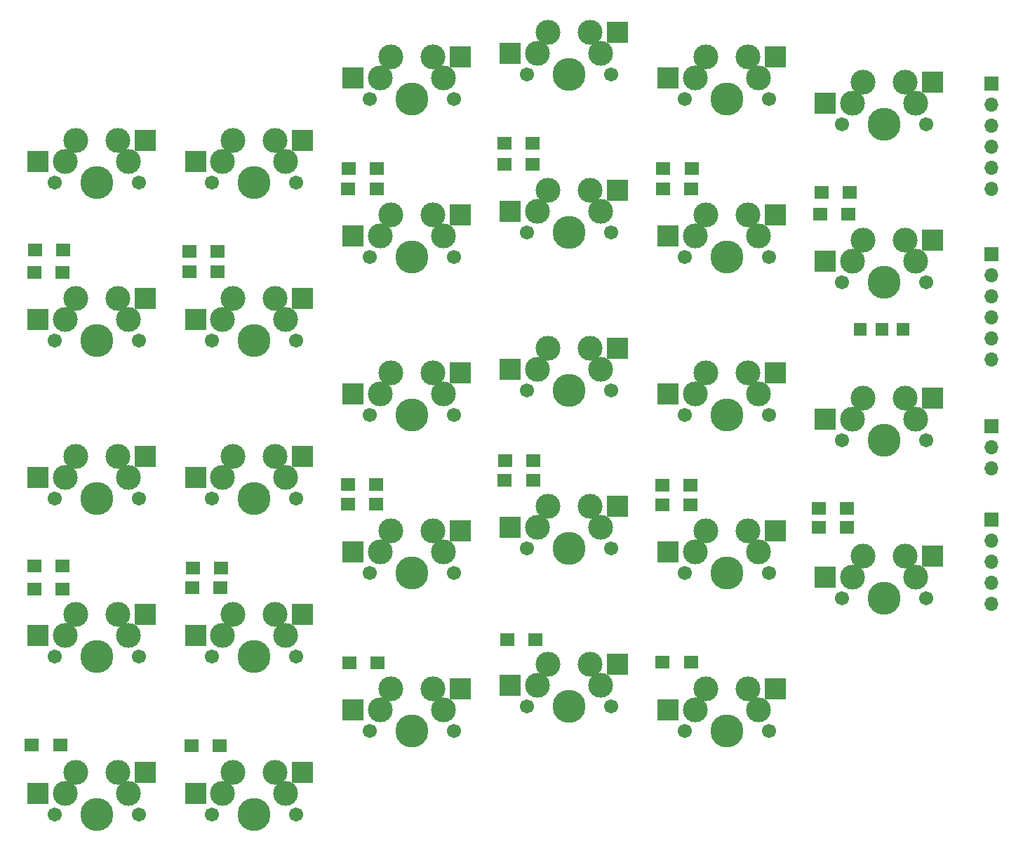
<source format=gbr>
%TF.GenerationSoftware,KiCad,Pcbnew,7.0.2*%
%TF.CreationDate,2023-04-26T23:00:14+02:00*%
%TF.ProjectId,phoenix-no-controller,70686f65-6e69-4782-9d6e-6f2d636f6e74,v1.0.0*%
%TF.SameCoordinates,Original*%
%TF.FileFunction,Soldermask,Bot*%
%TF.FilePolarity,Negative*%
%FSLAX46Y46*%
G04 Gerber Fmt 4.6, Leading zero omitted, Abs format (unit mm)*
G04 Created by KiCad (PCBNEW 7.0.2) date 2023-04-26 23:00:14*
%MOMM*%
%LPD*%
G01*
G04 APERTURE LIST*
%ADD10C,1.701800*%
%ADD11C,3.000000*%
%ADD12C,3.987800*%
%ADD13R,2.550000X2.500000*%
%ADD14R,1.700000X1.700000*%
%ADD15O,1.700000X1.700000*%
%ADD16R,1.800000X1.500000*%
%ADD17R,1.524000X1.524000*%
G04 APERTURE END LIST*
D10*
%TO.C,S28*%
X230427500Y-114424810D03*
D11*
X231697500Y-111884810D03*
X232967500Y-109344810D03*
D12*
X235507500Y-114424810D03*
D11*
X238047500Y-109344810D03*
X239317500Y-111884810D03*
D10*
X240587500Y-114424810D03*
D13*
X228422500Y-111884810D03*
X241349500Y-109344810D03*
%TD*%
D10*
%TO.C,S21*%
X211427500Y-149524810D03*
D11*
X212697500Y-146984810D03*
X213967500Y-144444810D03*
D12*
X216507500Y-149524810D03*
D11*
X219047500Y-144444810D03*
X220317500Y-146984810D03*
D10*
X221587500Y-149524810D03*
D13*
X209422500Y-146984810D03*
X222349500Y-144444810D03*
%TD*%
D10*
%TO.C,S24*%
X211427500Y-92374810D03*
D11*
X212697500Y-89834810D03*
X213967500Y-87294810D03*
D12*
X216507500Y-92374810D03*
D11*
X219047500Y-87294810D03*
X220317500Y-89834810D03*
D10*
X221587500Y-92374810D03*
D13*
X209422500Y-89834810D03*
X222349500Y-87294810D03*
%TD*%
D10*
%TO.C,S11*%
X173427500Y-149524810D03*
D11*
X174697500Y-146984810D03*
X175967500Y-144444810D03*
D12*
X178507500Y-149524810D03*
D11*
X181047500Y-144444810D03*
X182317500Y-146984810D03*
D10*
X183587500Y-149524810D03*
D13*
X171422500Y-146984810D03*
X184349500Y-144444810D03*
%TD*%
D14*
%TO.C,*%
X248477500Y-111077500D03*
D15*
X248477500Y-113617500D03*
X248477500Y-116157500D03*
X248477500Y-118697500D03*
X248477500Y-121237500D03*
X248477500Y-123777500D03*
%TD*%
D16*
%TO.C,*%
X132670000Y-170270000D03*
%TD*%
D10*
%TO.C,S15*%
X192427500Y-165574810D03*
D11*
X193697500Y-163034810D03*
X194967500Y-160494810D03*
D12*
X197507500Y-165574810D03*
D11*
X200047500Y-160494810D03*
X201317500Y-163034810D03*
D10*
X202587500Y-165574810D03*
D13*
X190422500Y-163034810D03*
X203349500Y-160494810D03*
%TD*%
D10*
%TO.C,S12*%
X173427500Y-130474810D03*
D11*
X174697500Y-127934810D03*
X175967500Y-125394810D03*
D12*
X178507500Y-130474810D03*
D11*
X181047500Y-125394810D03*
X182317500Y-127934810D03*
D10*
X183587500Y-130474810D03*
D13*
X171422500Y-127934810D03*
X184349500Y-125394810D03*
%TD*%
D10*
%TO.C,S4*%
X135427500Y-102374810D03*
D11*
X136697500Y-99834810D03*
X137967500Y-97294810D03*
D12*
X140507500Y-102374810D03*
D11*
X143047500Y-97294810D03*
X144317500Y-99834810D03*
D10*
X145587500Y-102374810D03*
D13*
X133422500Y-99834810D03*
X146349500Y-97294810D03*
%TD*%
D10*
%TO.C,S6*%
X154427500Y-159524810D03*
D11*
X155697500Y-156984810D03*
X156967500Y-154444810D03*
D12*
X159507500Y-159524810D03*
D11*
X162047500Y-154444810D03*
X163317500Y-156984810D03*
D10*
X164587500Y-159524810D03*
D13*
X152422500Y-156984810D03*
X165349500Y-154444810D03*
%TD*%
D14*
%TO.C,*%
X248427500Y-131772500D03*
D15*
X248427500Y-134312500D03*
X248427500Y-136852500D03*
%TD*%
D10*
%TO.C,S10*%
X173427500Y-168574810D03*
D11*
X174697500Y-166034810D03*
X175967500Y-163494810D03*
D12*
X178507500Y-168574810D03*
D11*
X181047500Y-163494810D03*
X182317500Y-166034810D03*
D10*
X183587500Y-168574810D03*
D13*
X171422500Y-166034810D03*
X184349500Y-163494810D03*
%TD*%
D10*
%TO.C,S20*%
X211427500Y-168574810D03*
D11*
X212697500Y-166034810D03*
X213967500Y-163494810D03*
D12*
X216507500Y-168574810D03*
D11*
X219047500Y-163494810D03*
X220317500Y-166034810D03*
D10*
X221587500Y-168574810D03*
D13*
X209422500Y-166034810D03*
X222349500Y-163494810D03*
%TD*%
D10*
%TO.C,S27*%
X230427500Y-133474810D03*
D11*
X231697500Y-130934810D03*
X232967500Y-128394810D03*
D12*
X235507500Y-133474810D03*
D11*
X238047500Y-128394810D03*
X239317500Y-130934810D03*
D10*
X240587500Y-133474810D03*
D13*
X228422500Y-130934810D03*
X241349500Y-128394810D03*
%TD*%
D10*
%TO.C,S17*%
X192427500Y-127474810D03*
D11*
X193697500Y-124934810D03*
X194967500Y-122394810D03*
D12*
X197507500Y-127474810D03*
D11*
X200047500Y-122394810D03*
X201317500Y-124934810D03*
D10*
X202587500Y-127474810D03*
D13*
X190422500Y-124934810D03*
X203349500Y-122394810D03*
%TD*%
D10*
%TO.C,S29*%
X230427500Y-95374810D03*
D11*
X231697500Y-92834810D03*
X232967500Y-90294810D03*
D12*
X235507500Y-95374810D03*
D11*
X238047500Y-90294810D03*
X239317500Y-92834810D03*
D10*
X240587500Y-95374810D03*
D13*
X228422500Y-92834810D03*
X241349500Y-90294810D03*
%TD*%
D17*
%TO.C,*%
X237760000Y-120130000D03*
%TD*%
D10*
%TO.C,S3*%
X135427500Y-121424810D03*
D11*
X136697500Y-118884810D03*
X137967500Y-116344810D03*
D12*
X140507500Y-121424810D03*
D11*
X143047500Y-116344810D03*
X144317500Y-118884810D03*
D10*
X145587500Y-121424810D03*
D13*
X133422500Y-118884810D03*
X146349500Y-116344810D03*
%TD*%
D10*
%TO.C,S1*%
X135427500Y-159524810D03*
D11*
X136697500Y-156984810D03*
X137967500Y-154444810D03*
D12*
X140507500Y-159524810D03*
D11*
X143047500Y-154444810D03*
X144317500Y-156984810D03*
D10*
X145587500Y-159524810D03*
D13*
X133422500Y-156984810D03*
X146349500Y-154444810D03*
%TD*%
D10*
%TO.C,S13*%
X173427500Y-111424810D03*
D11*
X174697500Y-108884810D03*
X175967500Y-106344810D03*
D12*
X178507500Y-111424810D03*
D11*
X181047500Y-106344810D03*
X182317500Y-108884810D03*
D10*
X183587500Y-111424810D03*
D13*
X171422500Y-108884810D03*
X184349500Y-106344810D03*
%TD*%
D10*
%TO.C,S22*%
X211427500Y-130474810D03*
D11*
X212697500Y-127934810D03*
X213967500Y-125394810D03*
D12*
X216507500Y-130474810D03*
D11*
X219047500Y-125394810D03*
X220317500Y-127934810D03*
D10*
X221587500Y-130474810D03*
D13*
X209422500Y-127934810D03*
X222349500Y-125394810D03*
%TD*%
D10*
%TO.C,S7*%
X154427500Y-140474810D03*
D11*
X155697500Y-137934810D03*
X156967500Y-135394810D03*
D12*
X159507500Y-140474810D03*
D11*
X162047500Y-135394810D03*
X163317500Y-137934810D03*
D10*
X164587500Y-140474810D03*
D13*
X152422500Y-137934810D03*
X165349500Y-135394810D03*
%TD*%
D10*
%TO.C,S23*%
X211427500Y-111424810D03*
D11*
X212697500Y-108884810D03*
X213967500Y-106344810D03*
D12*
X216507500Y-111424810D03*
D11*
X219047500Y-106344810D03*
X220317500Y-108884810D03*
D10*
X221587500Y-111424810D03*
D13*
X209422500Y-108884810D03*
X222349500Y-106344810D03*
%TD*%
D17*
%TO.C,*%
X235260000Y-120130000D03*
%TD*%
D10*
%TO.C,S16*%
X192427500Y-146524810D03*
D11*
X193697500Y-143984810D03*
X194967500Y-141444810D03*
D12*
X197507500Y-146524810D03*
D11*
X200047500Y-141444810D03*
X201317500Y-143984810D03*
D10*
X202587500Y-146524810D03*
D13*
X190422500Y-143984810D03*
X203349500Y-141444810D03*
%TD*%
D10*
%TO.C,S19*%
X192427500Y-89374810D03*
D11*
X193697500Y-86834810D03*
X194967500Y-84294810D03*
D12*
X197507500Y-89374810D03*
D11*
X200047500Y-84294810D03*
X201317500Y-86834810D03*
D10*
X202587500Y-89374810D03*
D13*
X190422500Y-86834810D03*
X203349500Y-84294810D03*
%TD*%
D10*
%TO.C,S14*%
X173427500Y-92374810D03*
D11*
X174697500Y-89834810D03*
X175967500Y-87294810D03*
D12*
X178507500Y-92374810D03*
D11*
X181047500Y-87294810D03*
X182317500Y-89834810D03*
D10*
X183587500Y-92374810D03*
D13*
X171422500Y-89834810D03*
X184349500Y-87294810D03*
%TD*%
D17*
%TO.C,*%
X232660000Y-120130000D03*
%TD*%
D10*
%TO.C,S2*%
X135427500Y-140474810D03*
D11*
X136697500Y-137934810D03*
X137967500Y-135394810D03*
D12*
X140507500Y-140474810D03*
D11*
X143047500Y-135394810D03*
X144317500Y-137934810D03*
D10*
X145587500Y-140474810D03*
D13*
X133422500Y-137934810D03*
X146349500Y-135394810D03*
%TD*%
D10*
%TO.C,S8*%
X154427500Y-121424810D03*
D11*
X155697500Y-118884810D03*
X156967500Y-116344810D03*
D12*
X159507500Y-121424810D03*
D11*
X162047500Y-116344810D03*
X163317500Y-118884810D03*
D10*
X164587500Y-121424810D03*
D13*
X152422500Y-118884810D03*
X165349500Y-116344810D03*
%TD*%
D14*
%TO.C,*%
X248447500Y-90497500D03*
D15*
X248447500Y-93037500D03*
X248447500Y-95577500D03*
X248447500Y-98117500D03*
X248447500Y-100657500D03*
X248447500Y-103197500D03*
%TD*%
D10*
%TO.C,S26*%
X230427500Y-152524810D03*
D11*
X231697500Y-149984810D03*
X232967500Y-147444810D03*
D12*
X235507500Y-152524810D03*
D11*
X238047500Y-147444810D03*
X239317500Y-149984810D03*
D10*
X240587500Y-152524810D03*
D13*
X228422500Y-149984810D03*
X241349500Y-147444810D03*
%TD*%
D10*
%TO.C,S5*%
X154427500Y-178574810D03*
D11*
X155697500Y-176034810D03*
X156967500Y-173494810D03*
D12*
X159507500Y-178574810D03*
D11*
X162047500Y-173494810D03*
X163317500Y-176034810D03*
D10*
X164587500Y-178574810D03*
D13*
X152422500Y-176034810D03*
X165349500Y-173494810D03*
%TD*%
D14*
%TO.C,*%
X248447500Y-143022500D03*
D15*
X248447500Y-145562500D03*
X248447500Y-148102500D03*
X248447500Y-150642500D03*
X248447500Y-153182500D03*
%TD*%
D10*
%TO.C,S9*%
X154427500Y-102374810D03*
D11*
X155697500Y-99834810D03*
X156967500Y-97294810D03*
D12*
X159507500Y-102374810D03*
D11*
X162047500Y-97294810D03*
X163317500Y-99834810D03*
D10*
X164587500Y-102374810D03*
D13*
X152422500Y-99834810D03*
X165349500Y-97294810D03*
%TD*%
D10*
%TO.C,S18*%
X192427500Y-108424810D03*
D11*
X193697500Y-105884810D03*
X194967500Y-103344810D03*
D12*
X197507500Y-108424810D03*
D11*
X200047500Y-103344810D03*
X201317500Y-105884810D03*
D10*
X202587500Y-108424810D03*
D13*
X190422500Y-105884810D03*
X203349500Y-103344810D03*
%TD*%
D10*
%TO.C,S1*%
X135428000Y-178580000D03*
D11*
X136698000Y-176040000D03*
X137968000Y-173500000D03*
D12*
X140508000Y-178580000D03*
D11*
X143048000Y-173500000D03*
X144318000Y-176040000D03*
D10*
X145588000Y-178580000D03*
D13*
X133423000Y-176040000D03*
X146350000Y-173500000D03*
%TD*%
D16*
%TO.C,D25*%
X228000000Y-103630000D03*
X231400000Y-103630000D03*
%TD*%
%TO.C,D25*%
X189740000Y-138310000D03*
X193140000Y-138310000D03*
%TD*%
%TO.C,D25*%
X208820000Y-103200000D03*
X212220000Y-103200000D03*
%TD*%
%TO.C,D25*%
X152050000Y-151260000D03*
X155450000Y-151260000D03*
%TD*%
%TO.C,D25*%
X170820000Y-141230000D03*
X174220000Y-141230000D03*
%TD*%
%TO.C,D25*%
X189730000Y-100240000D03*
X193130000Y-100240000D03*
%TD*%
%TO.C,D25*%
X151710000Y-110730000D03*
X155110000Y-110730000D03*
%TD*%
%TO.C,D25*%
X227650000Y-144030000D03*
X231050000Y-144030000D03*
%TD*%
%TO.C,D25*%
X151970000Y-170310000D03*
X155370000Y-170310000D03*
%TD*%
%TO.C,D25*%
X208790000Y-160280000D03*
X212190000Y-160280000D03*
%TD*%
%TO.C,D25*%
X170880000Y-100710000D03*
X174280000Y-100710000D03*
%TD*%
%TO.C,D25*%
X171000000Y-160300000D03*
X174400000Y-160300000D03*
%TD*%
%TO.C,D25*%
X132960000Y-113220000D03*
X136360000Y-113220000D03*
%TD*%
%TO.C,D25*%
X227660000Y-141660000D03*
X231060000Y-141660000D03*
%TD*%
%TO.C,D25*%
X132670000Y-170270000D03*
X136070000Y-170270000D03*
%TD*%
%TO.C,D25*%
X227820000Y-106220000D03*
X231220000Y-106220000D03*
%TD*%
%TO.C,D25*%
X170830000Y-138860000D03*
X174230000Y-138860000D03*
%TD*%
%TO.C,D25*%
X170860000Y-103150000D03*
X174260000Y-103150000D03*
%TD*%
%TO.C,D25*%
X132980000Y-148670000D03*
X136380000Y-148670000D03*
%TD*%
%TO.C,D25*%
X133060000Y-110510000D03*
X136460000Y-110510000D03*
%TD*%
%TO.C,D25*%
X208870000Y-100710000D03*
X212270000Y-100710000D03*
%TD*%
%TO.C,D25*%
X208730000Y-138870000D03*
X212130000Y-138870000D03*
%TD*%
%TO.C,D25*%
X189750000Y-135940000D03*
X193150000Y-135940000D03*
%TD*%
%TO.C,D25*%
X152110000Y-148860000D03*
X155510000Y-148860000D03*
%TD*%
%TO.C,D25*%
X132940000Y-151470000D03*
X136340000Y-151470000D03*
%TD*%
%TO.C,D25*%
X151670000Y-113130000D03*
X155070000Y-113130000D03*
%TD*%
%TO.C,D25*%
X190030000Y-157500000D03*
X193430000Y-157500000D03*
%TD*%
%TO.C,D25*%
X189680000Y-97660000D03*
X193080000Y-97660000D03*
%TD*%
%TO.C,D25*%
X208720000Y-141240000D03*
X212120000Y-141240000D03*
%TD*%
M02*

</source>
